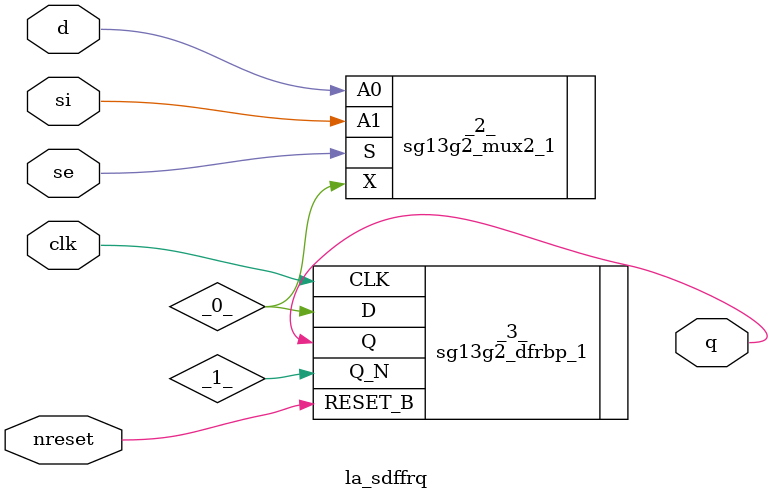
<source format=v>

/* Generated by Yosys 0.44 (git sha1 80ba43d26, g++ 11.4.0-1ubuntu1~22.04 -fPIC -O3) */

(* top =  1  *)
(* src = "generated" *)
(* keep_hierarchy *)
module la_sdffrq (
    d,
    si,
    se,
    clk,
    nreset,
    q
);
  (* src = "generated" *)
  wire _0_;
  (* unused_bits = "0" *)
  wire _1_;
  (* src = "generated" *)
  input clk;
  wire clk;
  (* src = "generated" *)
  input d;
  wire d;
  (* src = "generated" *)
  input nreset;
  wire nreset;
  (* src = "generated" *)
  output q;
  wire q;
  (* src = "generated" *)
  input se;
  wire se;
  (* src = "generated" *)
  input si;
  wire si;
  sg13g2_mux2_1 _2_ (
      .A0(d),
      .A1(si),
      .S (se),
      .X (_0_)
  );
  (* src = "generated" *)
  sg13g2_dfrbp_1 _3_ (
      .CLK(clk),
      .D(_0_),
      .Q(q),
      .Q_N(_1_),
      .RESET_B(nreset)
  );
endmodule

</source>
